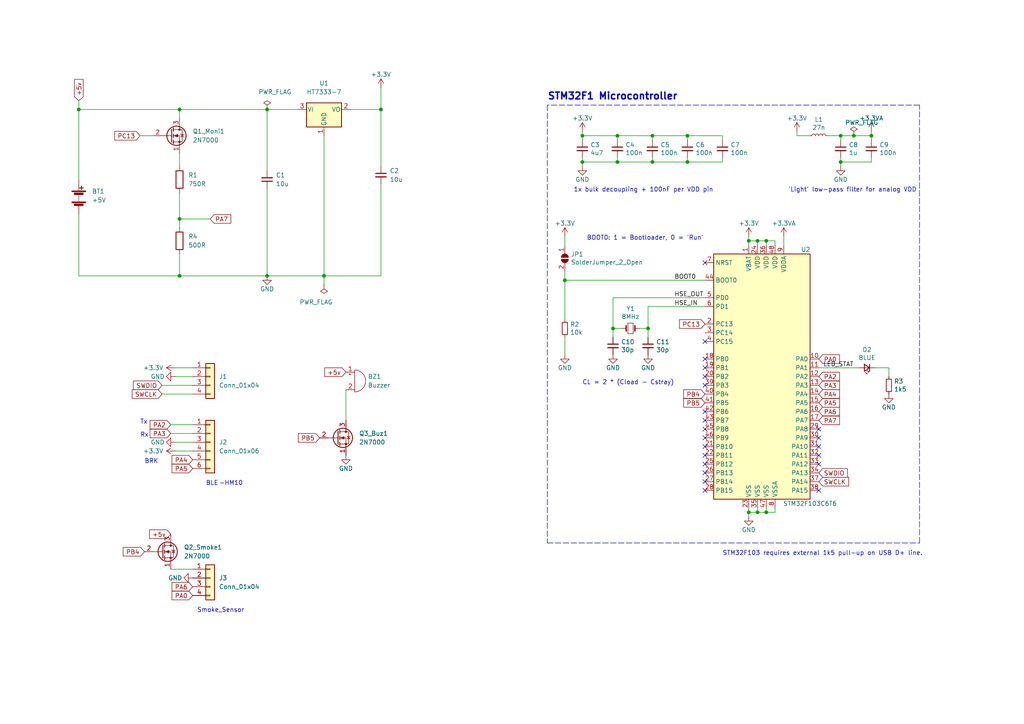
<source format=kicad_sch>
(kicad_sch (version 20211123) (generator eeschema)
  (paper "A4")
  (title_block (title "STM32F1 Breakout Board") (date "2022-11-20") (rev "V1.0") (company "I-D "))
  (lib_symbols
    (symbol "Connector_Generic:Conn_01x04" (pin_names (offset 1.016) hide)
      (property "Reference" "J" (at 0 5.08 0))
      (property "Value" "Conn_01x04" (at 0 -7.62 0))
      (symbol "Conn_01x04_1_1"
        (rectangle (start -1.27 -4.953) (end 0 -5.207) (stroke (width 0.1524)))
        (rectangle (start -1.27 -2.413) (end 0 -2.667) (stroke (width 0.1524)))
        (rectangle (start -1.27 0.127) (end 0 -0.127) (stroke (width 0.1524)))
        (rectangle (start -1.27 2.667) (end 0 2.413) (stroke (width 0.1524)))
        (rectangle (start -1.27 3.81) (end 1.27 -6.35) (stroke (width 0.254)) (fill (type background)))
        (pin passive line (at -5.08 2.54 0) (length 3.81) (name "Pin_1") (number "1"))
        (pin passive line (at -5.08 0 0) (length 3.81) (name "Pin_2") (number "2"))
        (pin passive line (at -5.08 -2.54 0) (length 3.81) (name "Pin_3") (number "3"))
        (pin passive line (at -5.08 -5.08 0) (length 3.81) (name "Pin_4") (number "4"))
      )
    )
    (symbol "Connector_Generic:Conn_01x06" (pin_names (offset 1.016) hide)
      (property "Reference" "J" (at 0 7.62 0))
      (property "Value" "Conn_01x06" (at 0 -10.16 0))
      (symbol "Conn_01x06_1_1"
        (rectangle (start -1.27 -7.493) (end 0 -7.747) (stroke (width 0.1524)))
        (rectangle (start -1.27 -4.953) (end 0 -5.207) (stroke (width 0.1524)))
        (rectangle (start -1.27 -2.413) (end 0 -2.667) (stroke (width 0.1524)))
        (rectangle (start -1.27 0.127) (end 0 -0.127) (stroke (width 0.1524)))
        (rectangle (start -1.27 2.667) (end 0 2.413) (stroke (width 0.1524)))
        (rectangle (start -1.27 5.207) (end 0 4.953) (stroke (width 0.1524)))
        (rectangle (start -1.27 6.35) (end 1.27 -8.89) (stroke (width 0.254)) (fill (type background)))
        (pin passive line (at -5.08 5.08 0) (length 3.81) (name "Pin_1") (number "1"))
        (pin passive line (at -5.08 2.54 0) (length 3.81) (name "Pin_2") (number "2"))
        (pin passive line (at -5.08 0 0) (length 3.81) (name "Pin_3") (number "3"))
        (pin passive line (at -5.08 -2.54 0) (length 3.81) (name "Pin_4") (number "4"))
        (pin passive line (at -5.08 -5.08 0) (length 3.81) (name "Pin_5") (number "5"))
        (pin passive line (at -5.08 -7.62 0) (length 3.81) (name "Pin_6") (number "6"))
      )
    )
    (symbol "Device:Battery" (pin_numbers hide) (pin_names (offset 0) hide)
      (property "Reference" "BT" (at 2.54 2.54 0))
      (property "Value" "Battery" (at 2.54 0 0))
      (symbol "Battery_0_1"
        (rectangle (start -2.032 -1.397) (end 2.032 -1.651) (fill (type outline)))
        (rectangle (start -2.032 1.778) (end 2.032 1.524) (fill (type outline)))
        (rectangle (start -1.3208 -1.9812) (end 1.27 -2.4892) (fill (type outline)))
        (rectangle (start -1.3208 1.1938) (end 1.27 0.6858) (fill (type outline)))
        (polyline (pts (xy 0 -1.524) (xy 0 -1.27)))
        (polyline (pts (xy 0 -1.016) (xy 0 -0.762)))
        (polyline (pts (xy 0 -0.508) (xy 0 -0.254)))
        (polyline (pts (xy 0 0) (xy 0 0.254)))
        (polyline (pts (xy 0 0.508) (xy 0 0.762)))
        (polyline (pts (xy 0 1.778) (xy 0 2.54)))
        (polyline (pts (xy 0.254 2.667) (xy 1.27 2.667)) (stroke (width 0.254)))
        (polyline (pts (xy 0.762 3.175) (xy 0.762 2.159)) (stroke (width 0.254)))
      )
      (symbol "Battery_1_1"
        (pin passive line (at 0 5.08 270) (length 2.54) (name "+") (number "1"))
        (pin passive line (at 0 -5.08 90) (length 2.54) (name "-") (number "2"))
      )
    )
    (symbol "Device:Buzzer" (pin_names (offset 0.0254) hide)
      (property "Reference" "BZ" (at 3.81 1.27 0))
      (property "Value" "Buzzer" (at 3.81 -1.27 0))
      (symbol "Buzzer_0_1"
        (arc (start 0 -3.175) (mid 3.175 0) (end 0 3.175))
        (polyline (pts (xy -1.651 1.905) (xy -1.143 1.905)))
        (polyline (pts (xy -1.397 2.159) (xy -1.397 1.651)))
        (polyline (pts (xy 0 3.175) (xy 0 -3.175)))
      )
      (symbol "Buzzer_1_1"
        (pin passive line (at -2.54 2.54 0) (length 2.54) (name "-") (number "1"))
        (pin passive line (at -2.54 -2.54 0) (length 2.54) (name "+") (number "2"))
      )
    )
    (symbol "Device:C_Small" (pin_numbers hide) (pin_names (offset 0.254) hide)
      (property "Reference" "C" (at 0.254 1.778 0))
      (property "Value" "C_Small" (at 0.254 -2.032 0))
      (symbol "C_Small_0_1"
        (polyline (pts (xy -1.524 -0.508) (xy 1.524 -0.508)) (stroke (width 0.3302)))
        (polyline (pts (xy -1.524 0.508) (xy 1.524 0.508)) (stroke (width 0.3048)))
      )
      (symbol "C_Small_1_1"
        (pin passive line (at 0 2.54 270) (length 2.032) (name "~") (number "1"))
        (pin passive line (at 0 -2.54 90) (length 2.032) (name "~") (number "2"))
      )
    )
    (symbol "Device:Crystal_Small" (pin_numbers hide) (pin_names (offset 1.016) hide)
      (property "Reference" "Y" (at 0 2.54 0))
      (property "Value" "Crystal_Small" (at 0 -2.54 0))
      (symbol "Crystal_Small_0_1"
        (rectangle (start -0.762 -1.524) (end 0.762 1.524))
        (polyline (pts (xy -1.27 -0.762) (xy -1.27 0.762)) (stroke (width 0.381)))
        (polyline (pts (xy 1.27 -0.762) (xy 1.27 0.762)) (stroke (width 0.381)))
      )
      (symbol "Crystal_Small_1_1"
        (pin passive line (at -2.54 0 0) (length 1.27) (name "1") (number "1"))
        (pin passive line (at 2.54 0 180) (length 1.27) (name "2") (number "2"))
      )
    )
    (symbol "Device:LED_Small" (pin_numbers hide) (pin_names (offset 0.254) hide)
      (property "Reference" "D" (at -1.27 3.175 0))
      (property "Value" "LED_Small" (at -4.445 -2.54 0))
      (symbol "LED_Small_0_1"
        (polyline (pts (xy -0.762 -1.016) (xy -0.762 1.016)) (stroke (width 0.254)))
        (polyline (pts (xy 1.016 0) (xy -0.762 0)))
        (polyline (pts (xy 0.762 -1.016) (xy -0.762 0) (xy 0.762 1.016) (xy 0.762 -1.016)) (stroke (width 0.254)))
        (polyline (pts (xy 0 0.762) (xy -0.508 1.27) (xy -0.254 1.27) (xy -0.508 1.27) (xy -0.508 1.016)))
        (polyline (pts (xy 0.508 1.27) (xy 0 1.778) (xy 0.254 1.778) (xy 0 1.778) (xy 0 1.524)))
      )
      (symbol "LED_Small_1_1"
        (pin passive line (at -2.54 0 0) (length 1.778) (name "K") (number "1"))
        (pin passive line (at 2.54 0 180) (length 1.778) (name "A") (number "2"))
      )
    )
    (symbol "Device:L_Small" (pin_numbers hide) (pin_names (offset 0.254) hide)
      (property "Reference" "L" (at 0.762 1.016 0))
      (property "Value" "L_Small" (at 0.762 -1.016 0))
      (symbol "L_Small_0_1"
        (arc (start 0 -2.032) (mid 0.508 -1.524) (end 0 -1.016))
        (arc (start 0 -1.016) (mid 0.508 -0.508) (end 0 0))
        (arc (start 0 0) (mid 0.508 0.508) (end 0 1.016))
        (arc (start 0 1.016) (mid 0.508 1.524) (end 0 2.032))
      )
      (symbol "L_Small_1_1"
        (pin passive line (at 0 2.54 270) (length 0.508) (name "~") (number "1"))
        (pin passive line (at 0 -2.54 90) (length 0.508) (name "~") (number "2"))
      )
    )
    (symbol "Device:R" (pin_numbers hide) (pin_names (offset 0))
      (property "Reference" "R" (at 2.032 0 90))
      (property "Value" "R" (at 0 0 90))
      (symbol "R_0_1"
        (rectangle (start -1.016 -2.54) (end 1.016 2.54) (stroke (width 0.254)))
      )
      (symbol "R_1_1"
        (pin passive line (at 0 3.81 270) (length 1.27) (name "~") (number "1"))
        (pin passive line (at 0 -3.81 90) (length 1.27) (name "~") (number "2"))
      )
    )
    (symbol "Device:R_Small" (pin_numbers hide) (pin_names (offset 0.254) hide)
      (property "Reference" "R" (at 0.762 0.508 0))
      (property "Value" "R_Small" (at 0.762 -1.016 0))
      (symbol "R_Small_0_1"
        (rectangle (start -0.762 1.778) (end 0.762 -1.778) (stroke (width 0.2032)))
      )
      (symbol "R_Small_1_1"
        (pin passive line (at 0 2.54 270) (length 0.762) (name "~") (number "1"))
        (pin passive line (at 0 -2.54 90) (length 0.762) (name "~") (number "2"))
      )
    )
    (symbol "Jumper:SolderJumper_2_Open" (pin_names (offset 0) hide)
      (property "Reference" "JP" (at 0 2.032 0))
      (property "Value" "SolderJumper_2_Open" (at 0 -2.54 0))
      (symbol "SolderJumper_2_Open_0_1"
        (arc (start -0.254 1.016) (mid -1.27 0) (end -0.254 -1.016))
        (arc (start -0.254 1.016) (mid -1.27 0) (end -0.254 -1.016) (fill (type outline)))
        (polyline (pts (xy -0.254 1.016) (xy -0.254 -1.016)))
        (polyline (pts (xy 0.254 1.016) (xy 0.254 -1.016)))
        (arc (start 0.254 -1.016) (mid 1.27 0) (end 0.254 1.016))
        (arc (start 0.254 -1.016) (mid 1.27 0) (end 0.254 1.016) (fill (type outline)))
      )
      (symbol "SolderJumper_2_Open_1_1"
        (pin passive line (at -3.81 0 0) (length 2.54) (name "A") (number "1"))
        (pin passive line (at 3.81 0 180) (length 2.54) (name "B") (number "2"))
      )
    )
    (symbol "MCU_ST_STM32F1:STM32F103C8Tx"
      (property "Reference" "U" (at -15.24 36.83 0))
      (property "Value" "STM32F103C8Tx" (at 7.62 36.83 0))
      (symbol "STM32F103C8Tx_0_1"
        (rectangle (start -15.24 -35.56) (end 12.7 35.56) (stroke (width 0.254)) (fill (type background)))
      )
      (symbol "STM32F103C8Tx_1_1"
        (pin power_in line (at -5.08 38.1 270) (length 2.54) (name "VBAT") (number "1"))
        (pin bidirectional line (at 15.24 5.08 180) (length 2.54) (name "PA0") (number "10"))
        (pin bidirectional line (at 15.24 2.54 180) (length 2.54) (name "PA1") (number "11"))
        (pin bidirectional line (at 15.24 0 180) (length 2.54) (name "PA2") (number "12"))
        (pin bidirectional line (at 15.24 -2.54 180) (length 2.54) (name "PA3") (number "13"))
        (pin bidirectional line (at 15.24 -5.08 180) (length 2.54) (name "PA4") (number "14"))
        (pin bidirectional line (at 15.24 -7.62 180) (length 2.54) (name "PA5") (number "15"))
        (pin bidirectional line (at 15.24 -10.16 180) (length 2.54) (name "PA6") (number "16"))
        (pin bidirectional line (at 15.24 -12.7 180) (length 2.54) (name "PA7") (number "17"))
        (pin bidirectional line (at -17.78 5.08 0) (length 2.54) (name "PB0") (number "18"))
        (pin bidirectional line (at -17.78 2.54 0) (length 2.54) (name "PB1") (number "19"))
        (pin bidirectional line (at -17.78 15.24 0) (length 2.54) (name "PC13") (number "2"))
        (pin bidirectional line (at -17.78 0 0) (length 2.54) (name "PB2") (number "20"))
        (pin bidirectional line (at -17.78 -20.32 0) (length 2.54) (name "PB10") (number "21"))
        (pin bidirectional line (at -17.78 -22.86 0) (length 2.54) (name "PB11") (number "22"))
        (pin power_in line (at -5.08 -38.1 90) (length 2.54) (name "VSS") (number "23"))
        (pin power_in line (at -2.54 38.1 270) (length 2.54) (name "VDD") (number "24"))
        (pin bidirectional line (at -17.78 -25.4 0) (length 2.54) (name "PB12") (number "25"))
        (pin bidirectional line (at -17.78 -27.94 0) (length 2.54) (name "PB13") (number "26"))
        (pin bidirectional line (at -17.78 -30.48 0) (length 2.54) (name "PB14") (number "27"))
        (pin bidirectional line (at -17.78 -33.02 0) (length 2.54) (name "PB15") (number "28"))
        (pin bidirectional line (at 15.24 -15.24 180) (length 2.54) (name "PA8") (number "29"))
        (pin bidirectional line (at -17.78 12.7 0) (length 2.54) (name "PC14") (number "3"))
        (pin bidirectional line (at 15.24 -17.78 180) (length 2.54) (name "PA9") (number "30"))
        (pin bidirectional line (at 15.24 -20.32 180) (length 2.54) (name "PA10") (number "31"))
        (pin bidirectional line (at 15.24 -22.86 180) (length 2.54) (name "PA11") (number "32"))
        (pin bidirectional line (at 15.24 -25.4 180) (length 2.54) (name "PA12") (number "33"))
        (pin bidirectional line (at 15.24 -27.94 180) (length 2.54) (name "PA13") (number "34"))
        (pin power_in line (at -2.54 -38.1 90) (length 2.54) (name "VSS") (number "35"))
        (pin power_in line (at 0 38.1 270) (length 2.54) (name "VDD") (number "36"))
        (pin bidirectional line (at 15.24 -30.48 180) (length 2.54) (name "PA14") (number "37"))
        (pin bidirectional line (at 15.24 -33.02 180) (length 2.54) (name "PA15") (number "38"))
        (pin bidirectional line (at -17.78 -2.54 0) (length 2.54) (name "PB3") (number "39"))
        (pin bidirectional line (at -17.78 10.16 0) (length 2.54) (name "PC15") (number "4"))
        (pin bidirectional line (at -17.78 -5.08 0) (length 2.54) (name "PB4") (number "40"))
        (pin bidirectional line (at -17.78 -7.62 0) (length 2.54) (name "PB5") (number "41"))
        (pin bidirectional line (at -17.78 -10.16 0) (length 2.54) (name "PB6") (number "42"))
        (pin bidirectional line (at -17.78 -12.7 0) (length 2.54) (name "PB7") (number "43"))
        (pin input line (at -17.78 27.94 0) (length 2.54) (name "BOOT0") (number "44"))
        (pin bidirectional line (at -17.78 -15.24 0) (length 2.54) (name "PB8") (number "45"))
        (pin bidirectional line (at -17.78 -17.78 0) (length 2.54) (name "PB9") (number "46"))
        (pin power_in line (at 0 -38.1 90) (length 2.54) (name "VSS") (number "47"))
        (pin power_in line (at 2.54 38.1 270) (length 2.54) (name "VDD") (number "48"))
        (pin input line (at -17.78 22.86 0) (length 2.54) (name "PD0") (number "5"))
        (pin input line (at -17.78 20.32 0) (length 2.54) (name "PD1") (number "6"))
        (pin input line (at -17.78 33.02 0) (length 2.54) (name "NRST") (number "7"))
        (pin power_in line (at 2.54 -38.1 90) (length 2.54) (name "VSSA") (number "8"))
        (pin power_in line (at 5.08 38.1 270) (length 2.54) (name "VDDA") (number "9"))
      )
    )
    (symbol "Regulator_Linear:AP1117-50" (pin_names (offset 0.254))
      (property "Reference" "U" (at -3.81 3.175 0))
      (property "Value" "AP1117-50" (at 0 3.175 0))
      (symbol "AP1117-50_0_1"
        (rectangle (start -5.08 -5.08) (end 5.08 1.905) (stroke (width 0.254)) (fill (type background)))
      )
      (symbol "AP1117-50_1_1"
        (pin power_in line (at 0 -7.62 90) (length 2.54) (name "GND") (number "1"))
        (pin power_out line (at 7.62 0 180) (length 2.54) (name "VO") (number "2"))
        (pin power_in line (at -7.62 0 0) (length 2.54) (name "VI") (number "3"))
      )
    )
    (symbol "Transistor_FET:2N7000" (pin_names hide)
      (property "Reference" "Q" (at 5.08 1.905 0))
      (property "Value" "2N7000" (at 5.08 0 0))
      (symbol "2N7000_0_1"
        (polyline (pts (xy 0.254 0) (xy -2.54 0)))
        (polyline (pts (xy 0.254 1.905) (xy 0.254 -1.905)) (stroke (width 0.254)))
        (polyline (pts (xy 0.762 -1.27) (xy 0.762 -2.286)) (stroke (width 0.254)))
        (polyline (pts (xy 0.762 0.508) (xy 0.762 -0.508)) (stroke (width 0.254)))
        (polyline (pts (xy 0.762 2.286) (xy 0.762 1.27)) (stroke (width 0.254)))
        (polyline (pts (xy 2.54 2.54) (xy 2.54 1.778)))
        (polyline (pts (xy 2.54 -2.54) (xy 2.54 0) (xy 0.762 0)))
        (polyline (pts (xy 0.762 -1.778) (xy 3.302 -1.778) (xy 3.302 1.778) (xy 0.762 1.778)))
        (polyline (pts (xy 1.016 0) (xy 2.032 0.381) (xy 2.032 -0.381) (xy 1.016 0)) (fill (type outline)))
        (polyline (pts (xy 2.794 0.508) (xy 2.921 0.381) (xy 3.683 0.381) (xy 3.81 0.254)))
        (polyline (pts (xy 3.302 0.381) (xy 2.921 -0.254) (xy 3.683 -0.254) (xy 3.302 0.381)))
        (circle (center 1.651 0) (radius 2.794) (stroke (width 0.254)))
        (circle (center 2.54 -1.778) (radius 0.254) (fill (type outline)))
        (circle (center 2.54 1.778) (radius 0.254) (fill (type outline)))
      )
      (symbol "2N7000_1_1"
        (pin passive line (at 2.54 -5.08 90) (length 2.54) (name "S") (number "1"))
        (pin input line (at -5.08 0 0) (length 2.54) (name "G") (number "2"))
        (pin passive line (at 2.54 5.08 270) (length 2.54) (name "D") (number "3"))
      )
    )
    (symbol "power:+3.3V" (power) (pin_names (offset 0))
      (property "Value" "+3.3V" (at 0 3.556 0))
      (symbol "+3.3V_0_1"
        (polyline (pts (xy -0.762 1.27) (xy 0 2.54)))
        (polyline (pts (xy 0 0) (xy 0 2.54)))
        (polyline (pts (xy 0 2.54) (xy 0.762 1.27)))
      )
      (symbol "+3.3V_1_1"
        (pin power_in line (at 0 0 90) (length 0) hide (name "+3.3V") (number "1"))
      )
    )
    (symbol "power:+3.3VA" (power) (pin_names (offset 0))
      (property "Value" "+3.3VA" (at 0 3.556 0))
      (symbol "+3.3VA_0_1"
        (polyline (pts (xy -0.762 1.27) (xy 0 2.54)))
        (polyline (pts (xy 0 0) (xy 0 2.54)))
        (polyline (pts (xy 0 2.54) (xy 0.762 1.27)))
      )
      (symbol "+3.3VA_1_1"
        (pin power_in line (at 0 0 90) (length 0) hide (name "+3.3VA") (number "1"))
      )
    )
    (symbol "power:GND" (power) (pin_names (offset 0))
      (property "Value" "GND" (at 0 -3.81 0))
      (symbol "GND_0_1"
        (polyline (pts (xy 0 0) (xy 0 -1.27) (xy 1.27 -1.27) (xy 0 -2.54) (xy -1.27 -1.27) (xy 0 -1.27)))
      )
      (symbol "GND_1_1"
        (pin power_in line (at 0 0 270) (length 0) hide (name "GND") (number "1"))
      )
    )
    (symbol "power:PWR_FLAG" (power) (pin_numbers hide) (pin_names (offset 0) hide)
      (property "Value" "PWR_FLAG" (at 0 3.81 0))
      (symbol "PWR_FLAG_0_0"
        (pin power_out line (at 0 0 90) (length 0) (name "pwr") (number "1"))
      )
      (symbol "PWR_FLAG_0_1"
        (polyline (pts (xy 0 0) (xy 0 1.27) (xy -1.016 1.905) (xy 0 2.54) (xy 1.016 1.905) (xy 0 1.27)))
      )
    )
  )
  (junction (at 52.07 80.01))
  (junction (at 222.25 148.59))
  (junction (at 168.91 39.37))
  (junction (at 22.86 31.75))
  (junction (at 93.98 80.01))
  (junction (at 199.39 39.37))
  (junction (at 179.07 39.37))
  (junction (at 217.17 148.59))
  (junction (at 168.91 46.99))
  (junction (at 199.39 46.99))
  (junction (at 177.8 95.25))
  (junction (at 77.47 31.75))
  (junction (at 219.71 148.59))
  (junction (at 217.17 69.85))
  (junction (at 179.07 46.99))
  (junction (at 189.23 46.99))
  (junction (at 252.73 39.37))
  (junction (at 247.65 39.37))
  (junction (at 219.71 69.85))
  (junction (at 110.49 31.75))
  (junction (at 52.07 63.5))
  (junction (at 189.23 39.37))
  (junction (at 187.96 95.25))
  (junction (at 163.83 81.28))
  (junction (at 243.84 39.37))
  (junction (at 243.84 46.99))
  (junction (at 222.25 69.85))
  (junction (at 77.47 80.01))
  (junction (at 52.07 31.75))
  (no_connect (at 204.47 142.24))
  (no_connect (at 237.49 132.08))
  (no_connect (at 237.49 134.62))
  (no_connect (at 204.47 139.7))
  (no_connect (at 204.47 76.2))
  (no_connect (at 204.47 111.76))
  (no_connect (at 204.47 137.16))
  (no_connect (at 204.47 106.68))
  (no_connect (at 204.47 109.22))
  (no_connect (at 204.47 124.46))
  (no_connect (at 204.47 121.92))
  (no_connect (at 204.47 119.38))
  (no_connect (at 204.47 134.62))
  (no_connect (at 204.47 132.08))
  (no_connect (at 237.49 142.24))
  (no_connect (at 204.47 129.54))
  (no_connect (at 204.47 127))
  (no_connect (at 237.49 124.46))
  (no_connect (at 237.49 127))
  (no_connect (at 237.49 129.54))
  (no_connect (at 204.47 99.06))
  (no_connect (at 204.47 104.14))
  (wire (pts (xy 224.79 69.85) (xy 224.79 71.12)))
  (wire (pts (xy 189.23 40.64) (xy 189.23 39.37)))
  (wire (pts (xy 243.84 39.37) (xy 247.65 39.37)))
  (wire (pts (xy 222.25 71.12) (xy 222.25 69.85)))
  (wire (pts (xy 179.07 46.99) (xy 179.07 45.72)))
  (wire (pts (xy 179.07 39.37) (xy 168.91 39.37)))
  (wire (pts (xy 231.14 39.37) (xy 234.95 39.37)))
  (wire (pts (xy 50.8 130.81) (xy 55.88 130.81)))
  (wire (pts (xy 110.49 31.75) (xy 110.49 48.26)))
  (wire (pts (xy 199.39 40.64) (xy 199.39 39.37)))
  (wire (pts (xy 22.86 29.21) (xy 22.86 31.75)))
  (wire (pts (xy 219.71 148.59) (xy 222.25 148.59)))
  (wire (pts (xy 257.81 106.68) (xy 254 106.68)))
  (wire (pts (xy 199.39 39.37) (xy 189.23 39.37)))
  (wire (pts (xy 217.17 149.86) (xy 217.17 148.59)))
  (wire (pts (xy 52.07 31.75) (xy 52.07 34.29)))
  (wire (pts (xy 22.86 52.07) (xy 22.86 31.75)))
  (wire (pts (xy 110.49 25.4) (xy 110.49 31.75)))
  (wire (pts (xy 179.07 46.99) (xy 189.23 46.99)))
  (wire (pts (xy 163.83 78.74) (xy 163.83 81.28)))
  (wire (pts (xy 209.55 40.64) (xy 209.55 39.37)))
  (wire (pts (xy 243.84 40.64) (xy 243.84 39.37)))
  (wire (pts (xy 100.33 113.03) (xy 100.33 121.92)))
  (wire (pts (xy 222.25 69.85) (xy 224.79 69.85)))
  (wire (pts (xy 163.83 102.87) (xy 163.83 97.79)))
  (wire (pts (xy 110.49 53.34) (xy 110.49 80.01)))
  (wire (pts (xy 93.98 39.37) (xy 93.98 80.01)))
  (wire (pts (xy 168.91 45.72) (xy 168.91 46.99)))
  (wire (pts (xy 217.17 147.32) (xy 217.17 148.59)))
  (wire (pts (xy 204.47 86.36) (xy 177.8 86.36)))
  (wire (pts (xy 77.47 31.75) (xy 52.07 31.75)))
  (wire (pts (xy 240.03 39.37) (xy 243.84 39.37)))
  (wire (pts (xy 46.99 114.3) (xy 55.88 114.3)))
  (wire (pts (xy 237.49 106.68) (xy 248.92 106.68)))
  (wire (pts (xy 101.6 31.75) (xy 110.49 31.75)))
  (wire (pts (xy 177.8 97.79) (xy 177.8 95.25)))
  (wire (pts (xy 187.96 95.25) (xy 187.96 88.9)))
  (wire (pts (xy 52.07 63.5) (xy 60.96 63.5)))
  (wire (pts (xy 222.25 148.59) (xy 224.79 148.59)))
  (wire (pts (xy 252.73 40.64) (xy 252.73 39.37)))
  (wire (pts (xy 22.86 80.01) (xy 22.86 62.23)))
  (wire (pts (xy 52.07 73.66) (xy 52.07 80.01)))
  (wire (pts (xy 187.96 97.79) (xy 187.96 95.25)))
  (wire (pts (xy 219.71 69.85) (xy 222.25 69.85)))
  (wire (pts (xy 189.23 39.37) (xy 179.07 39.37)))
  (wire (pts (xy 49.53 125.73) (xy 55.88 125.73)))
  (polyline (pts (xy 266.7 157.48) (xy 266.7 30.48)))
  (wire (pts (xy 189.23 46.99) (xy 199.39 46.99)))
  (wire (pts (xy 49.53 165.1) (xy 55.88 165.1)))
  (wire (pts (xy 243.84 48.26) (xy 243.84 46.99)))
  (wire (pts (xy 222.25 147.32) (xy 222.25 148.59)))
  (wire (pts (xy 163.83 68.58) (xy 163.83 71.12)))
  (wire (pts (xy 49.53 123.19) (xy 55.88 123.19)))
  (wire (pts (xy 209.55 39.37) (xy 199.39 39.37)))
  (wire (pts (xy 168.91 38.1) (xy 168.91 39.37)))
  (wire (pts (xy 204.47 81.28) (xy 163.83 81.28)))
  (wire (pts (xy 243.84 45.72) (xy 243.84 46.99)))
  (wire (pts (xy 77.47 80.01) (xy 93.98 80.01)))
  (wire (pts (xy 187.96 88.9) (xy 204.47 88.9)))
  (wire (pts (xy 50.8 128.27) (xy 55.88 128.27)))
  (wire (pts (xy 52.07 63.5) (xy 52.07 66.04)))
  (wire (pts (xy 93.98 82.55) (xy 93.98 80.01)))
  (wire (pts (xy 189.23 45.72) (xy 189.23 46.99)))
  (wire (pts (xy 217.17 69.85) (xy 219.71 69.85)))
  (wire (pts (xy 46.99 111.76) (xy 55.88 111.76)))
  (wire (pts (xy 50.8 109.22) (xy 55.88 109.22)))
  (wire (pts (xy 252.73 46.99) (xy 252.73 45.72)))
  (wire (pts (xy 179.07 39.37) (xy 179.07 40.64)))
  (wire (pts (xy 168.91 39.37) (xy 168.91 40.64)))
  (wire (pts (xy 177.8 86.36) (xy 177.8 95.25)))
  (wire (pts (xy 22.86 31.75) (xy 52.07 31.75)))
  (wire (pts (xy 93.98 80.01) (xy 110.49 80.01)))
  (wire (pts (xy 252.73 38.1) (xy 252.73 39.37)))
  (wire (pts (xy 77.47 31.75) (xy 77.47 49.53)))
  (wire (pts (xy 224.79 148.59) (xy 224.79 147.32)))
  (polyline (pts (xy 158.75 157.48) (xy 266.7 157.48)))
  (wire (pts (xy 185.42 95.25) (xy 187.96 95.25)))
  (wire (pts (xy 199.39 46.99) (xy 209.55 46.99)))
  (wire (pts (xy 217.17 148.59) (xy 219.71 148.59)))
  (wire (pts (xy 219.71 71.12) (xy 219.71 69.85)))
  (wire (pts (xy 217.17 69.85) (xy 217.17 71.12)))
  (wire (pts (xy 199.39 45.72) (xy 199.39 46.99)))
  (wire (pts (xy 168.91 46.99) (xy 168.91 48.26)))
  (wire (pts (xy 77.47 54.61) (xy 77.47 80.01)))
  (wire (pts (xy 50.8 106.68) (xy 55.88 106.68)))
  (wire (pts (xy 52.07 80.01) (xy 77.47 80.01)))
  (wire (pts (xy 40.64 39.37) (xy 44.45 39.37)))
  (wire (pts (xy 52.07 44.45) (xy 52.07 48.26)))
  (wire (pts (xy 243.84 46.99) (xy 252.73 46.99)))
  (wire (pts (xy 52.07 55.88) (xy 52.07 63.5)))
  (wire (pts (xy 52.07 80.01) (xy 22.86 80.01)))
  (wire (pts (xy 219.71 147.32) (xy 219.71 148.59)))
  (polyline (pts (xy 266.7 30.48) (xy 158.75 30.48)))
  (wire (pts (xy 163.83 81.28) (xy 163.83 92.71)))
  (wire (pts (xy 168.91 46.99) (xy 179.07 46.99)))
  (wire (pts (xy 217.17 68.58) (xy 217.17 69.85)))
  (wire (pts (xy 231.14 38.1) (xy 231.14 39.37)))
  (wire (pts (xy 257.81 109.22) (xy 257.81 106.68)))
  (wire (pts (xy 247.65 39.37) (xy 252.73 39.37)))
  (polyline (pts (xy 158.75 30.48) (xy 158.75 157.48)))
  (wire (pts (xy 177.8 95.25) (xy 180.34 95.25)))
  (wire (pts (xy 227.33 68.58) (xy 227.33 71.12)))
  (wire (pts (xy 77.47 31.75) (xy 86.36 31.75)))
  (wire (pts (xy 209.55 45.72) (xy 209.55 46.99)))
  (text "BOOT0: 1 = Bootloader, 0 = 'Run'" (at 170.18 69.85 0) (effects (font (size 1.27 1.27)) (justify left bottom)))
  (text "BRK" (at 41.91 134.62 0) (effects (font (size 1.27 1.27)) (justify left bottom)))
  (text "CL = 2 * (Cload - Cstray)" (at 168.91 111.76 0) (effects (font (size 1.27 1.27)) (justify left bottom)))
  (text "-HM10" (at 63.5 140.97 0) (effects (font (size 1.27 1.27)) (justify left bottom)))
  (text "Smoke_Sensor" (at 57.15 177.8 0) (effects (font (size 1.27 1.27)) (justify left bottom)))
  (text "Rx" (at 40.64 127 0) (effects (font (size 1.27 1.27)) (justify left bottom)))
  (text "STM32F103 requires external 1k5 pull-up on USB D+ line." (at 209.55 161.29 0) (effects (font (size 1.27 1.27)) (justify left bottom)))
  (text "Tx" (at 40.64 123.19 0) (effects (font (size 1.27 1.27)) (justify left bottom)))
  (text "BLE" (at 59.69 140.97 0) (effects (font (size 1.27 1.27)) (justify left bottom)))
  (text "STM32F1 Microcontroller" (at 158.75 29.21 0) (effects (font (size 2.0066 2.0066) (thickness 0.4013) bold) (justify left bottom)))
  (text "1x bulk decoupling + 100nF per VDD pin" (at 166.37 55.88 0) (effects (font (size 1.27 1.27)) (justify left bottom)))
  (text "'Light' low-pass filter for analog VDD" (at 228.6 55.88 0) (effects (font (size 1.27 1.27)) (justify left bottom)))
  (label "BOOT0" (at 195.58 81.28 0))
  (label "LED_STAT" (at 238.76 106.68 0))
  (label "HSE_IN" (at 195.58 88.9 0))
  (label "HSE_OUT" (at 195.58 86.36 0))
  (global_label "PB5" (shape input) (at 204.47 116.84 180) (property "Intersheet References" "${INTERSHEET_REFS}" (effects hide)))
  (global_label "PB4" (shape input) (at 204.47 114.3 180) (property "Intersheet References" "${INTERSHEET_REFS}" (effects hide)))
  (global_label "PA2" (shape input) (at 237.49 109.22 0) (property "Intersheet References" "${INTERSHEET_REFS}" (effects hide)))
  (global_label "SWCLK" (shape input) (at 46.99 114.3 180) (property "Intersheet References" "${INTERSHEET_REFS}" (effects hide)))
  (global_label "PA6" (shape input) (at 55.88 170.18 180) (property "Intersheet References" "${INTERSHEET_REFS}" (effects hide)))
  (global_label "PA5" (shape input) (at 237.49 116.84 0) (property "Intersheet References" "${INTERSHEET_REFS}" (effects hide)))
  (global_label "SWDIO" (shape input) (at 237.49 137.16 0) (property "Intersheet References" "${INTERSHEET_REFS}" (effects hide)))
  (global_label "PA6" (shape input) (at 237.49 119.38 0) (property "Intersheet References" "${INTERSHEET_REFS}" (effects hide)))
  (global_label "PA3" (shape input) (at 237.49 111.76 0) (property "Intersheet References" "${INTERSHEET_REFS}" (effects hide)))
  (global_label "SWCLK" (shape input) (at 237.49 139.7 0) (property "Intersheet References" "${INTERSHEET_REFS}" (effects hide)))
  (global_label "PB5" (shape input) (at 92.71 127 180) (property "Intersheet References" "${INTERSHEET_REFS}" (effects hide)))
  (global_label "PA4" (shape input) (at 55.88 133.35 180) (property "Intersheet References" "${INTERSHEET_REFS}" (effects hide)))
  (global_label "PC13" (shape input) (at 40.64 39.37 180) (property "Intersheet References" "${INTERSHEET_REFS}" (effects hide)))
  (global_label "PA5" (shape input) (at 55.88 135.89 180) (property "Intersheet References" "${INTERSHEET_REFS}" (effects hide)))
  (global_label "PA0" (shape input) (at 237.49 104.14 0) (property "Intersheet References" "${INTERSHEET_REFS}" (effects hide)))
  (global_label "PA2" (shape input) (at 49.53 123.19 180) (property "Intersheet References" "${INTERSHEET_REFS}" (effects hide)))
  (global_label "+5v" (shape input) (at 22.86 29.21 90) (property "Intersheet References" "${INTERSHEET_REFS}" (effects hide)))
  (global_label "+5v" (shape input) (at 100.33 107.95 180) (property "Intersheet References" "${INTERSHEET_REFS}" (effects hide)))
  (global_label "PA7" (shape input) (at 60.96 63.5 0) (property "Intersheet References" "${INTERSHEET_REFS}" (effects hide)))
  (global_label "PC13" (shape input) (at 204.47 93.98 180) (property "Intersheet References" "${INTERSHEET_REFS}" (effects hide)))
  (global_label "PA7" (shape input) (at 237.49 121.92 0) (property "Intersheet References" "${INTERSHEET_REFS}" (effects hide)))
  (global_label "SWDIO" (shape input) (at 46.99 111.76 180) (property "Intersheet References" "${INTERSHEET_REFS}" (effects hide)))
  (global_label "PB4" (shape input) (at 41.91 160.02 180) (property "Intersheet References" "${INTERSHEET_REFS}" (effects hide)))
  (global_label "PA3" (shape input) (at 49.53 125.73 180) (property "Intersheet References" "${INTERSHEET_REFS}" (effects hide)))
  (global_label "+5v" (shape input) (at 49.53 154.94 180) (property "Intersheet References" "${INTERSHEET_REFS}" (effects hide)))
  (global_label "PA0" (shape input) (at 55.88 172.72 180) (property "Intersheet References" "${INTERSHEET_REFS}" (effects hide)))
  (global_label "PA4" (shape input) (at 237.49 114.3 0) (property "Intersheet References" "${INTERSHEET_REFS}" (effects hide)))
  (symbol (lib_id "MCU_ST_STM32F1:STM32F103C8Tx") (at 222.25 109.22 0) (unit 1)
    (property "Reference" "U2" (at 233.68 72.39 0))
    (property "Value" "STM32F103C6T6" (at 234.95 146.05 0))
    (property "Footprint" "Package_QFP:LQFP-48_7x7mm_P0.5mm" (effects hide))
    (property "Datasheet" "http://www.st.com/st-web-ui/static/active/en/resource/technical/document/datasheet/CD00161566.pdf" (effects hide))
    (property "LCSC Part #" "C8734" (effects hide))
  )
  (symbol (lib_id "power:+3.3V") (at 217.17 68.58 0) (unit 1)
    (property "Reference" "#PWR012" (effects hide))
    (property "Value" "+3.3V" (at 217.17 64.77 0))
  )
  (symbol (lib_id "power:+3.3VA") (at 227.33 68.58 0) (unit 1)
    (property "Reference" "#PWR014" (effects hide))
    (property "Value" "+3.3VA" (at 227.33 64.77 0))
  )
  (symbol (lib_id "power:GND") (at 217.17 149.86 0) (unit 1)
    (property "Reference" "#PWR013" (effects hide))
    (property "Value" "GND" (at 217.17 153.67 0))
  )
  (symbol (lib_id "Device:C_Small") (at 187.96 100.33 0) (unit 1)
    (property "Reference" "C11" (at 190.2968 99.1616 0) (effects (justify left)))
    (property "Value" "30p" (at 190.2968 101.473 0) (effects (justify left)))
    (property "Footprint" "Capacitor_SMD:C_0402_1005Metric" (effects hide))
    (property "LCSC Part #" "C1570" (effects hide))
  )
  (symbol (lib_id "Device:C_Small") (at 177.8 100.33 0) (unit 1)
    (property "Reference" "C10" (at 180.1368 99.1616 0) (effects (justify left)))
    (property "Value" "30p" (at 180.1368 101.473 0) (effects (justify left)))
    (property "Footprint" "Capacitor_SMD:C_0402_1005Metric" (effects hide))
    (property "LCSC Part #" "C1570" (effects hide))
  )
  (symbol (lib_id "Device:Crystal_Small") (at 182.88 95.25 0) (unit 1)
    (property "Reference" "Y1" (at 182.88 89.535 0))
    (property "Value" "8MHz" (at 182.88 91.8464 0))
    (property "Footprint" "Crystal:Crystal_SMD_5032-2Pin_5.0x3.2mm" (effects hide))
    (property "LCSC Part #" "C115962" (effects hide))
  )
  (symbol (lib_id "power:GND") (at 177.8 102.87 0) (unit 1)
    (property "Reference" "#PWR05" (effects hide))
    (property "Value" "GND" (at 177.8 106.68 0))
  )
  (symbol (lib_id "power:GND") (at 187.96 102.87 0) (unit 1)
    (property "Reference" "#PWR07" (effects hide))
    (property "Value" "GND" (at 187.96 106.68 0))
  )
  (symbol (lib_id "Jumper:SolderJumper_2_Open") (at 163.83 74.93 270) (unit 1)
    (property "Reference" "JP1" (at 165.5572 73.7616 90) (effects (justify left)))
    (property "Value" "SolderJumper_2_Open" (at 165.5572 76.073 90) (effects (justify left)))
    (property "Footprint" "Jumper:SolderJumper-2_P1.3mm_Open_Pad1.0x1.5mm" (effects hide))
  )
  (symbol (lib_id "Device:R_Small") (at 163.83 95.25 0) (unit 1)
    (property "Reference" "R2" (at 165.3286 94.0816 0) (effects (justify left)))
    (property "Value" "10k" (at 165.3286 96.393 0) (effects (justify left)))
    (property "Footprint" "Resistor_SMD:R_0402_1005Metric" (effects hide))
    (property "LCSC Part #" "C25744" (effects hide))
  )
  (symbol (lib_id "power:GND") (at 163.83 102.87 0) (unit 1)
    (property "Reference" "#PWR03" (effects hide))
    (property "Value" "GND" (at 163.83 106.68 0))
  )
  (symbol (lib_id "power:+3.3V") (at 163.83 68.58 0) (unit 1)
    (property "Reference" "#PWR02" (effects hide))
    (property "Value" "+3.3V" (at 163.83 64.77 0))
  )
  (symbol (lib_id "Device:LED_Small") (at 251.46 106.68 180) (unit 1)
    (property "Reference" "D2" (at 251.46 101.4222 0))
    (property "Value" "BLUE" (at 251.46 103.7336 0))
    (property "Footprint" "LED_SMD:LED_0603_1608Metric" (effects hide))
    (property "LCSC Part #" "C72041" (effects hide))
  )
  (symbol (lib_id "Device:R_Small") (at 257.81 111.76 0) (unit 1)
    (property "Reference" "R3" (at 259.3086 110.5916 0) (effects (justify left)))
    (property "Value" "1k5" (at 259.3086 112.903 0) (effects (justify left)))
    (property "Footprint" "Resistor_SMD:R_0603_1608Metric" (effects hide))
    (property "LCSC Part #" "C22843" (effects hide))
  )
  (symbol (lib_id "power:GND") (at 257.81 114.3 0) (unit 1)
    (property "Reference" "#PWR017" (effects hide))
    (property "Value" "GND" (at 257.81 118.11 0))
  )
  (symbol (lib_id "Device:C_Small") (at 179.07 43.18 0) (unit 1)
    (property "Reference" "C4" (at 181.4068 42.0116 0) (effects (justify left)))
    (property "Value" "100n" (at 181.4068 44.323 0) (effects (justify left)))
    (property "Footprint" "Capacitor_SMD:C_0402_1005Metric" (effects hide))
    (property "LCSC Part #" "C1525" (effects hide))
  )
  (symbol (lib_id "Device:C_Small") (at 189.23 43.18 0) (unit 1)
    (property "Reference" "C5" (at 191.5668 42.0116 0) (effects (justify left)))
    (property "Value" "100n" (at 191.5668 44.323 0) (effects (justify left)))
    (property "Footprint" "Capacitor_SMD:C_0402_1005Metric" (effects hide))
    (property "LCSC Part #" "C1525" (effects hide))
  )
  (symbol (lib_id "Device:C_Small") (at 199.39 43.18 0) (unit 1)
    (property "Reference" "C6" (at 201.7268 42.0116 0) (effects (justify left)))
    (property "Value" "100n" (at 201.7268 44.323 0) (effects (justify left)))
    (property "Footprint" "Capacitor_SMD:C_0402_1005Metric" (effects hide))
    (property "LCSC Part #" "C1525" (effects hide))
  )
  (symbol (lib_id "Device:C_Small") (at 209.55 43.18 0) (unit 1)
    (property "Reference" "C7" (at 211.8868 42.0116 0) (effects (justify left)))
    (property "Value" "100n" (at 211.8868 44.323 0) (effects (justify left)))
    (property "Footprint" "Capacitor_SMD:C_0402_1005Metric" (effects hide))
    (property "LCSC Part #" "C1525" (effects hide))
  )
  (symbol (lib_id "Device:L_Small") (at 237.49 39.37 90) (unit 1)
    (property "Reference" "L1" (at 237.49 34.671 90))
    (property "Value" "27n" (at 237.49 36.9824 90))
    (property "Footprint" "Inductor_SMD:L_0402_1005Metric" (effects hide))
    (property "LCSC Part #" "C18830" (effects hide))
  )
  (symbol (lib_id "Device:C_Small") (at 243.84 43.18 0) (unit 1)
    (property "Reference" "C8" (at 246.1768 42.0116 0) (effects (justify left)))
    (property "Value" "1u" (at 246.1768 44.323 0) (effects (justify left)))
    (property "Footprint" "Capacitor_SMD:C_0402_1005Metric" (effects hide))
    (property "LCSC Part #" "C52923" (effects hide))
  )
  (symbol (lib_id "Device:C_Small") (at 252.73 43.18 0) (unit 1)
    (property "Reference" "C9" (at 255.0668 42.0116 0) (effects (justify left)))
    (property "Value" "100n" (at 255.0668 44.323 0) (effects (justify left)))
    (property "Footprint" "Capacitor_SMD:C_0402_1005Metric" (effects hide))
    (property "LCSC Part #" "C1525" (effects hide))
  )
  (symbol (lib_id "power:GND") (at 168.91 48.26 0) (unit 1)
    (property "Reference" "#PWR019" (effects hide))
    (property "Value" "GND" (at 168.91 52.07 0))
  )
  (symbol (lib_id "Device:C_Small") (at 168.91 43.18 0) (unit 1)
    (property "Reference" "C3" (at 171.2468 42.0116 0) (effects (justify left)))
    (property "Value" "4u7" (at 171.2468 44.323 0) (effects (justify left)))
    (property "Footprint" "Capacitor_SMD:C_0603_1608Metric" (effects hide))
    (property "LCSC Part #" "C19666" (effects hide))
  )
  (symbol (lib_id "power:+3.3VA") (at 252.73 38.1 0) (unit 1)
    (property "Reference" "#PWR024" (effects hide))
    (property "Value" "+3.3VA" (at 252.73 34.29 0))
  )
  (symbol (lib_id "power:+3.3V") (at 168.91 38.1 0) (unit 1)
    (property "Reference" "#PWR018" (effects hide))
    (property "Value" "+3.3V" (at 168.91 34.29 0))
  )
  (symbol (lib_id "power:+3.3V") (at 231.14 38.1 0) (unit 1)
    (property "Reference" "#PWR020" (effects hide))
    (property "Value" "+3.3V" (at 231.14 34.29 0))
  )
  (symbol (lib_id "power:GND") (at 243.84 48.26 0) (unit 1)
    (property "Reference" "#PWR023" (effects hide))
    (property "Value" "GND" (at 243.84 52.07 0))
  )
  (symbol (lib_id "power:+3.3V") (at 50.8 106.68 90) (unit 1)
    (property "Reference" "#PWR021" (effects hide))
    (property "Value" "+3.3V" (at 44.45 106.68 90))
  )
  (symbol (lib_id "power:GND") (at 50.8 109.22 270) (unit 1)
    (property "Reference" "#PWR022" (effects hide))
    (property "Value" "GND" (at 45.72 109.22 90))
  )
  (symbol (lib_id "power:GND") (at 50.8 128.27 270) (unit 1)
    (property "Reference" "#PWR0102" (effects hide))
    (property "Value" "GND" (at 45.72 128.27 90))
  )
  (symbol (lib_id "Transistor_FET:2N7000") (at 49.53 39.37 0) (unit 1)
    (property "Reference" "Q1_Moni1" (at 55.88 38.0999 0) (effects (justify left)))
    (property "Value" "2N7000" (at 55.88 40.6399 0) (effects (justify left)))
    (property "Footprint" "Package_TO_SOT_THT:TO-92_Inline" (effects hide))
    (property "Datasheet" "https://www.vishay.com/docs/70226/70226.pdf" (effects hide))
  )
  (symbol (lib_id "Connector_Generic:Conn_01x04") (at 60.96 109.22 0) (unit 1)
    (property "Reference" "J1" (at 63.5 109.2199 0) (effects (justify left)))
    (property "Value" "Conn_01x04" (at 63.5 111.7599 0) (effects (justify left)))
    (property "Footprint" "Connector_PinHeader_1.27mm:PinHeader_1x04_P1.27mm_Vertical" (effects hide))
  )
  (symbol (lib_id "Regulator_Linear:AP1117-50") (at 93.98 31.75 0) (unit 1)
    (property "Reference" "U1" (at 93.98 24.13 0))
    (property "Value" "HT7333-7" (at 93.98 26.67 0))
    (property "Footprint" "Package_TO_SOT_SMD:SOT-223-3_TabPin2" (effects hide))
    (property "Datasheet" "http://www.diodes.com/datasheets/AP1117.pdf" (effects hide))
  )
  (symbol (lib_id "Device:C_Small") (at 77.47 52.07 180) (unit 1)
    (property "Reference" "C1" (at 80.01 50.7935 0) (effects (justify right)))
    (property "Value" "10u" (at 80.01 53.3335 0) (effects (justify right)))
    (property "Footprint" "Capacitor_THT:C_Radial_D5.0mm_H5.0mm_P2.00mm" (effects hide))
  )
  (symbol (lib_id "power:PWR_FLAG") (at 77.47 31.75 0) (unit 1)
    (property "Reference" "#FLG01" (effects hide))
    (property "Value" "PWR_FLAG" (at 74.93 26.67 0) (effects (justify left)))
  )
  (symbol (lib_id "Device:Battery") (at 22.86 57.15 0) (unit 1)
    (property "Reference" "BT1" (at 26.67 55.4989 0) (effects (justify left)))
    (property "Value" "+5V" (at 26.67 58.0389 0) (effects (justify left)))
    (property "Footprint" "Battery:BatteryHolder_ComfortableElectronic_CH273-2450_1x2450" (effects hide))
  )
  (symbol (lib_id "power:+3.3V") (at 110.49 25.4 0) (unit 1)
    (property "Reference" "#PWR0101" (effects hide))
    (property "Value" "+3.3V" (at 110.49 21.59 0))
  )
  (symbol (lib_id "Transistor_FET:2N7000") (at 97.79 127 0) (unit 1)
    (property "Reference" "Q3_Buz1" (at 104.14 125.7299 0) (effects (justify left)))
    (property "Value" "2N7000" (at 104.14 128.2699 0) (effects (justify left)))
    (property "Footprint" "Package_TO_SOT_THT:TO-92_Inline" (effects hide))
    (property "Datasheet" "https://www.vishay.com/docs/70226/70226.pdf" (effects hide))
  )
  (symbol (lib_id "Device:Buzzer") (at 102.87 110.49 0) (unit 1)
    (property "Reference" "BZ1" (at 106.68 109.2199 0) (effects (justify left)))
    (property "Value" "Buzzer" (at 106.68 111.7599 0) (effects (justify left)))
    (property "Footprint" "Buzzer_Beeper:Buzzer_12x9.5RM7.6" (effects hide))
  )
  (symbol (lib_id "Device:C_Small") (at 110.49 50.8 0) (unit 1)
    (property "Reference" "C2" (at 113.03 49.5362 0) (effects (justify left)))
    (property "Value" "10u" (at 113.03 52.0762 0) (effects (justify left)))
    (property "Footprint" "Capacitor_THT:C_Radial_D5.0mm_H5.0mm_P2.00mm" (effects hide))
  )
  (symbol (lib_id "power:GND") (at 100.33 132.08 0) (unit 1)
    (property "Reference" "#PWR01" (effects hide))
    (property "Value" "GND" (at 100.33 135.89 0))
  )
  (symbol (lib_id "power:PWR_FLAG") (at 247.65 39.37 0) (unit 1)
    (property "Reference" "#FLG0101" (effects hide))
    (property "Value" "PWR_FLAG" (at 245.11 35.56 0) (effects (justify left)))
  )
  (symbol (lib_id "Device:R") (at 52.07 52.07 0) (unit 1)
    (property "Reference" "R1" (at 54.61 50.7999 0) (effects (justify left)))
    (property "Value" "750R" (at 54.61 53.3399 0) (effects (justify left)))
    (property "Footprint" "Resistor_THT:R_Axial_DIN0204_L3.6mm_D1.6mm_P5.08mm_Vertical" (effects hide))
  )
  (symbol (lib_id "power:GND") (at 77.47 80.01 0) (unit 1)
    (property "Reference" "#PWR04" (effects hide))
    (property "Value" "GND" (at 77.47 83.82 0))
  )
  (symbol (lib_id "Connector_Generic:Conn_01x04") (at 60.96 167.64 0) (unit 1)
    (property "Reference" "J3" (at 63.5 167.6399 0) (effects (justify left)))
    (property "Value" "Conn_01x04" (at 63.5 170.1799 0) (effects (justify left)))
    (property "Footprint" "Connector_PinSocket_1.27mm:PinSocket_1x04_P1.27mm_Vertical" (effects hide))
  )
  (symbol (lib_id "power:+3.3V") (at 50.8 130.81 90) (unit 1)
    (property "Reference" "#PWR0103" (effects hide))
    (property "Value" "+3.3V" (at 44.45 130.81 90))
  )
  (symbol (lib_id "power:PWR_FLAG") (at 93.98 82.55 180) (unit 1)
    (property "Reference" "#FLG02" (effects hide))
    (property "Value" "PWR_FLAG" (at 96.52 87.63 0) (effects (justify left)))
  )
  (symbol (lib_id "power:GND") (at 55.88 167.64 270) (unit 1)
    (property "Reference" "#PWR0104" (effects hide))
    (property "Value" "GND" (at 50.8 167.64 90))
  )
  (symbol (lib_id "Connector_Generic:Conn_01x06") (at 60.96 128.27 0) (unit 1)
    (property "Reference" "J2" (at 63.5 128.2699 0) (effects (justify left)))
    (property "Value" "Conn_01x06" (at 63.5 130.8099 0) (effects (justify left)))
    (property "Footprint" "Connector_PinSocket_1.27mm:PinSocket_1x06_P1.27mm_Vertical" (effects hide))
  )
  (symbol (lib_id "Transistor_FET:2N7000") (at 46.99 160.02 0) (unit 1)
    (property "Reference" "Q2_Smoke1" (at 53.34 158.7499 0) (effects (justify left)))
    (property "Value" "2N7000" (at 53.34 161.2899 0) (effects (justify left)))
    (property "Footprint" "Package_TO_SOT_THT:TO-92_Inline" (effects hide))
    (property "Datasheet" "https://www.vishay.com/docs/70226/70226.pdf" (effects hide))
  )
  (symbol (lib_id "Device:R") (at 52.07 69.85 0) (unit 1)
    (property "Reference" "R4" (at 54.61 68.5799 0) (effects (justify left)))
    (property "Value" "500R" (at 54.61 71.1199 0) (effects (justify left)))
    (property "Footprint" "Resistor_THT:R_Axial_DIN0204_L3.6mm_D1.6mm_P5.08mm_Vertical" (effects hide))
  )
)
</source>
